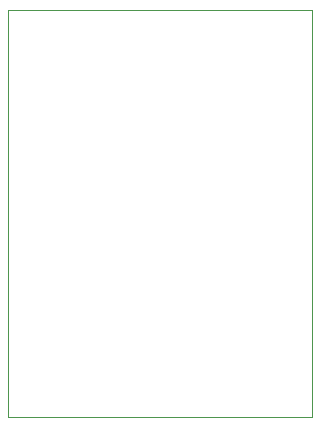
<source format=gbr>
%TF.GenerationSoftware,KiCad,Pcbnew,(6.0.4)*%
%TF.CreationDate,2023-09-26T18:39:51+02:00*%
%TF.ProjectId,BrausteuerungV4_Prototypplatine,42726175-7374-4657-9565-72756e675634,rev?*%
%TF.SameCoordinates,Original*%
%TF.FileFunction,Profile,NP*%
%FSLAX46Y46*%
G04 Gerber Fmt 4.6, Leading zero omitted, Abs format (unit mm)*
G04 Created by KiCad (PCBNEW (6.0.4)) date 2023-09-26 18:39:51*
%MOMM*%
%LPD*%
G01*
G04 APERTURE LIST*
%TA.AperFunction,Profile*%
%ADD10C,0.100000*%
%TD*%
G04 APERTURE END LIST*
D10*
X65120000Y-53540000D02*
X90830000Y-53540000D01*
X90830000Y-53540000D02*
X90830000Y-88000000D01*
X90830000Y-88000000D02*
X65120000Y-88000000D01*
X65120000Y-88000000D02*
X65120000Y-53540000D01*
M02*

</source>
